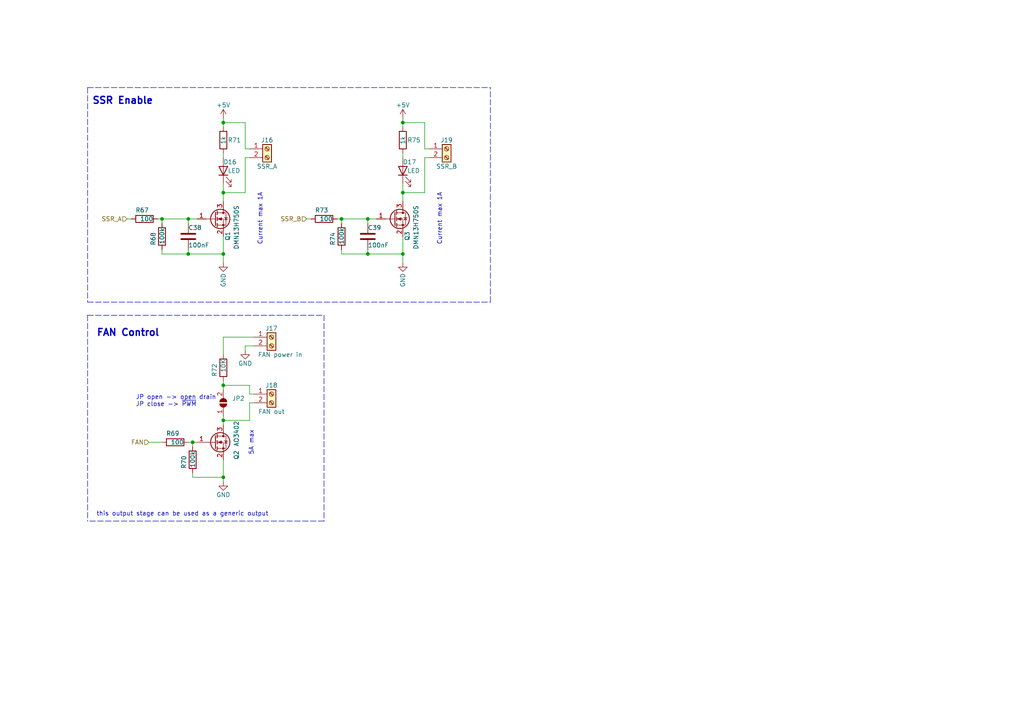
<source format=kicad_sch>
(kicad_sch (version 20211123) (generator eeschema)
  (paper "A4")
  (title_block (title "Reflow Controller"))
  (lib_symbols
    (symbol "Connector:Screw_Terminal_01x02" (pin_names (offset 1.016) hide)
      (property "Reference" "J" (at 0 2.54 0))
      (property "Value" "Screw_Terminal_01x02" (at 0 -5.08 0))
      (symbol "Screw_Terminal_01x02_1_1"
        (rectangle (start -1.27 1.27) (end 1.27 -3.81) (stroke (width 0.254)) (fill (type background)))
        (circle (center 0 -2.54) (radius 0.635) (stroke (width 0.1524)))
        (polyline (pts (xy -0.5334 -2.2098) (xy 0.3302 -3.048)) (stroke (width 0.1524)))
        (polyline (pts (xy -0.5334 0.3302) (xy 0.3302 -0.508)) (stroke (width 0.1524)))
        (polyline (pts (xy -0.3556 -2.032) (xy 0.508 -2.8702)) (stroke (width 0.1524)))
        (polyline (pts (xy -0.3556 0.508) (xy 0.508 -0.3302)) (stroke (width 0.1524)))
        (circle (center 0 0) (radius 0.635) (stroke (width 0.1524)))
        (pin passive line (at -5.08 0 0) (length 3.81) (name "Pin_1") (number "1"))
        (pin passive line (at -5.08 -2.54 0) (length 3.81) (name "Pin_2") (number "2"))
      )
    )
    (symbol "Device:C" (pin_numbers hide) (pin_names (offset 0.254))
      (property "Reference" "C" (at 0.635 2.54 0))
      (property "Value" "C" (at 0.635 -2.54 0))
      (symbol "C_0_1"
        (polyline (pts (xy -2.032 -0.762) (xy 2.032 -0.762)) (stroke (width 0.508)))
        (polyline (pts (xy -2.032 0.762) (xy 2.032 0.762)) (stroke (width 0.508)))
      )
      (symbol "C_1_1"
        (pin passive line (at 0 3.81 270) (length 2.794) (name "~") (number "1"))
        (pin passive line (at 0 -3.81 90) (length 2.794) (name "~") (number "2"))
      )
    )
    (symbol "Device:LED" (pin_numbers hide) (pin_names (offset 1.016) hide)
      (property "Reference" "D" (at 0 2.54 0))
      (property "Value" "LED" (at 0 -2.54 0))
      (symbol "LED_0_1"
        (polyline (pts (xy -1.27 -1.27) (xy -1.27 1.27)) (stroke (width 0.254)))
        (polyline (pts (xy -1.27 0) (xy 1.27 0)))
        (polyline (pts (xy 1.27 -1.27) (xy 1.27 1.27) (xy -1.27 0) (xy 1.27 -1.27)) (stroke (width 0.254)))
        (polyline (pts (xy -3.048 -0.762) (xy -4.572 -2.286) (xy -3.81 -2.286) (xy -4.572 -2.286) (xy -4.572 -1.524)))
        (polyline (pts (xy -1.778 -0.762) (xy -3.302 -2.286) (xy -2.54 -2.286) (xy -3.302 -2.286) (xy -3.302 -1.524)))
      )
      (symbol "LED_1_1"
        (pin passive line (at -3.81 0 0) (length 2.54) (name "K") (number "1"))
        (pin passive line (at 3.81 0 180) (length 2.54) (name "A") (number "2"))
      )
    )
    (symbol "Device:R" (pin_numbers hide) (pin_names (offset 0))
      (property "Reference" "R" (at 2.032 0 90))
      (property "Value" "R" (at 0 0 90))
      (symbol "R_0_1"
        (rectangle (start -1.016 -2.54) (end 1.016 2.54) (stroke (width 0.254)))
      )
      (symbol "R_1_1"
        (pin passive line (at 0 3.81 270) (length 1.27) (name "~") (number "1"))
        (pin passive line (at 0 -3.81 90) (length 1.27) (name "~") (number "2"))
      )
    )
    (symbol "Jumper:SolderJumper_2_Open" (pin_names (offset 0) hide)
      (property "Reference" "JP" (at 0 2.032 0))
      (property "Value" "SolderJumper_2_Open" (at 0 -2.54 0))
      (symbol "SolderJumper_2_Open_0_1"
        (arc (start -0.254 1.016) (mid -1.27 0) (end -0.254 -1.016))
        (arc (start -0.254 1.016) (mid -1.27 0) (end -0.254 -1.016) (fill (type outline)))
        (polyline (pts (xy -0.254 1.016) (xy -0.254 -1.016)))
        (polyline (pts (xy 0.254 1.016) (xy 0.254 -1.016)))
        (arc (start 0.254 -1.016) (mid 1.27 0) (end 0.254 1.016))
        (arc (start 0.254 -1.016) (mid 1.27 0) (end 0.254 1.016) (fill (type outline)))
      )
      (symbol "SolderJumper_2_Open_1_1"
        (pin passive line (at -3.81 0 0) (length 2.54) (name "A") (number "1"))
        (pin passive line (at 3.81 0 180) (length 2.54) (name "B") (number "2"))
      )
    )
    (symbol "Transistor_FET:DMN13H750S" (pin_names hide)
      (property "Reference" "Q" (at 5.08 1.905 0))
      (property "Value" "DMN13H750S" (at 5.08 0 0))
      (symbol "DMN13H750S_0_1"
        (polyline (pts (xy 0.254 0) (xy -2.54 0)))
        (polyline (pts (xy 0.254 1.905) (xy 0.254 -1.905)) (stroke (width 0.254)))
        (polyline (pts (xy 0.762 -1.27) (xy 0.762 -2.286)) (stroke (width 0.254)))
        (polyline (pts (xy 0.762 0.508) (xy 0.762 -0.508)) (stroke (width 0.254)))
        (polyline (pts (xy 0.762 2.286) (xy 0.762 1.27)) (stroke (width 0.254)))
        (polyline (pts (xy 2.54 2.54) (xy 2.54 1.778)))
        (polyline (pts (xy 2.54 -2.54) (xy 2.54 0) (xy 0.762 0)))
        (polyline (pts (xy 0.762 -1.778) (xy 3.302 -1.778) (xy 3.302 1.778) (xy 0.762 1.778)))
        (polyline (pts (xy 1.016 0) (xy 2.032 0.381) (xy 2.032 -0.381) (xy 1.016 0)) (fill (type outline)))
        (polyline (pts (xy 2.794 0.508) (xy 2.921 0.381) (xy 3.683 0.381) (xy 3.81 0.254)))
        (polyline (pts (xy 3.302 0.381) (xy 2.921 -0.254) (xy 3.683 -0.254) (xy 3.302 0.381)))
        (circle (center 1.651 0) (radius 2.794) (stroke (width 0.254)))
        (circle (center 2.54 -1.778) (radius 0.254) (fill (type outline)))
        (circle (center 2.54 1.778) (radius 0.254) (fill (type outline)))
      )
      (symbol "DMN13H750S_1_1"
        (pin input line (at -5.08 0 0) (length 2.54) (name "G") (number "1"))
        (pin passive line (at 2.54 -5.08 90) (length 2.54) (name "S") (number "2"))
        (pin passive line (at 2.54 5.08 270) (length 2.54) (name "D") (number "3"))
      )
    )
    (symbol "power:+5V" (power) (pin_names (offset 0))
      (property "Value" "+5V" (at 0 3.556 0))
      (symbol "+5V_0_1"
        (polyline (pts (xy -0.762 1.27) (xy 0 2.54)))
        (polyline (pts (xy 0 0) (xy 0 2.54)))
        (polyline (pts (xy 0 2.54) (xy 0.762 1.27)))
      )
      (symbol "+5V_1_1"
        (pin power_in line (at 0 0 90) (length 0) hide (name "+5V") (number "1"))
      )
    )
    (symbol "power:GND" (power) (pin_names (offset 0))
      (property "Value" "GND" (at 0 -3.81 0))
      (symbol "GND_0_1"
        (polyline (pts (xy 0 0) (xy 0 -1.27) (xy 1.27 -1.27) (xy 0 -2.54) (xy -1.27 -1.27) (xy 0 -1.27)))
      )
      (symbol "GND_1_1"
        (pin power_in line (at 0 0 270) (length 0) hide (name "GND") (number "1"))
      )
    )
  )
  (junction (at 64.77 121.92))
  (junction (at 54.61 73.66))
  (junction (at 55.88 128.27))
  (junction (at 64.77 111.76))
  (junction (at 116.84 55.88))
  (junction (at 116.84 73.66))
  (junction (at 54.61 63.5))
  (junction (at 116.84 35.56))
  (junction (at 106.68 73.66))
  (junction (at 64.77 73.66))
  (junction (at 99.06 63.5))
  (junction (at 64.77 138.43))
  (junction (at 46.99 63.5))
  (junction (at 64.77 55.88))
  (junction (at 106.68 63.5))
  (junction (at 64.77 35.56))
  (wire (pts (xy 71.12 35.56) (xy 64.77 35.56)))
  (wire (pts (xy 97.79 63.5) (xy 99.06 63.5)))
  (wire (pts (xy 106.68 73.66) (xy 116.84 73.66)))
  (wire (pts (xy 43.18 128.27) (xy 46.99 128.27)))
  (wire (pts (xy 123.19 45.72) (xy 124.46 45.72)))
  (wire (pts (xy 124.46 43.18) (xy 123.19 43.18)))
  (wire (pts (xy 116.84 55.88) (xy 116.84 58.42)))
  (wire (pts (xy 55.88 128.27) (xy 55.88 129.54)))
  (wire (pts (xy 54.61 72.39) (xy 54.61 73.66)))
  (wire (pts (xy 99.06 72.39) (xy 99.06 73.66)))
  (wire (pts (xy 71.12 43.18) (xy 71.12 35.56)))
  (wire (pts (xy 116.84 35.56) (xy 116.84 36.83)))
  (wire (pts (xy 55.88 138.43) (xy 64.77 138.43)))
  (wire (pts (xy 72.39 114.3) (xy 72.39 111.76)))
  (wire (pts (xy 64.77 121.92) (xy 64.77 123.19)))
  (wire (pts (xy 54.61 63.5) (xy 54.61 64.77)))
  (wire (pts (xy 46.99 72.39) (xy 46.99 73.66)))
  (wire (pts (xy 46.99 73.66) (xy 54.61 73.66)))
  (wire (pts (xy 72.39 116.84) (xy 72.39 121.92)))
  (wire (pts (xy 46.99 63.5) (xy 46.99 64.77)))
  (polyline (pts (xy 93.98 151.13) (xy 25.4 151.13)))
  (wire (pts (xy 64.77 111.76) (xy 64.77 113.03)))
  (wire (pts (xy 99.06 73.66) (xy 106.68 73.66)))
  (wire (pts (xy 71.12 45.72) (xy 72.39 45.72)))
  (wire (pts (xy 106.68 63.5) (xy 106.68 64.77)))
  (polyline (pts (xy 25.4 25.4) (xy 142.24 25.4)))
  (wire (pts (xy 123.19 55.88) (xy 116.84 55.88)))
  (wire (pts (xy 71.12 55.88) (xy 64.77 55.88)))
  (wire (pts (xy 73.66 114.3) (xy 72.39 114.3)))
  (wire (pts (xy 64.77 97.79) (xy 64.77 102.87)))
  (wire (pts (xy 64.77 73.66) (xy 64.77 76.2)))
  (wire (pts (xy 116.84 44.45) (xy 116.84 45.72)))
  (wire (pts (xy 71.12 100.33) (xy 71.12 101.6)))
  (wire (pts (xy 64.77 34.29) (xy 64.77 35.56)))
  (polyline (pts (xy 93.98 91.44) (xy 93.98 151.13)))
  (wire (pts (xy 64.77 133.35) (xy 64.77 138.43)))
  (wire (pts (xy 55.88 128.27) (xy 57.15 128.27)))
  (wire (pts (xy 72.39 43.18) (xy 71.12 43.18)))
  (wire (pts (xy 73.66 116.84) (xy 72.39 116.84)))
  (wire (pts (xy 55.88 137.16) (xy 55.88 138.43)))
  (polyline (pts (xy 25.4 87.63) (xy 142.24 87.63)))
  (wire (pts (xy 106.68 63.5) (xy 109.22 63.5)))
  (wire (pts (xy 64.77 35.56) (xy 64.77 36.83)))
  (wire (pts (xy 123.19 43.18) (xy 123.19 35.56)))
  (wire (pts (xy 73.66 97.79) (xy 64.77 97.79)))
  (wire (pts (xy 54.61 63.5) (xy 57.15 63.5)))
  (wire (pts (xy 71.12 45.72) (xy 71.12 55.88)))
  (wire (pts (xy 54.61 128.27) (xy 55.88 128.27)))
  (wire (pts (xy 99.06 63.5) (xy 106.68 63.5)))
  (wire (pts (xy 45.72 63.5) (xy 46.99 63.5)))
  (wire (pts (xy 64.77 121.92) (xy 72.39 121.92)))
  (polyline (pts (xy 25.4 25.4) (xy 25.4 87.63)))
  (wire (pts (xy 116.84 53.34) (xy 116.84 55.88)))
  (wire (pts (xy 106.68 72.39) (xy 106.68 73.66)))
  (wire (pts (xy 64.77 120.65) (xy 64.77 121.92)))
  (wire (pts (xy 64.77 138.43) (xy 64.77 139.7)))
  (wire (pts (xy 116.84 34.29) (xy 116.84 35.56)))
  (wire (pts (xy 99.06 63.5) (xy 99.06 64.77)))
  (wire (pts (xy 64.77 68.58) (xy 64.77 73.66)))
  (wire (pts (xy 64.77 53.34) (xy 64.77 55.88)))
  (wire (pts (xy 46.99 63.5) (xy 54.61 63.5)))
  (wire (pts (xy 36.83 63.5) (xy 38.1 63.5)))
  (wire (pts (xy 64.77 55.88) (xy 64.77 58.42)))
  (wire (pts (xy 116.84 73.66) (xy 116.84 76.2)))
  (polyline (pts (xy 25.4 91.44) (xy 25.4 151.13)))
  (wire (pts (xy 73.66 100.33) (xy 71.12 100.33)))
  (wire (pts (xy 123.19 45.72) (xy 123.19 55.88)))
  (wire (pts (xy 123.19 35.56) (xy 116.84 35.56)))
  (wire (pts (xy 88.9 63.5) (xy 90.17 63.5)))
  (wire (pts (xy 64.77 111.76) (xy 72.39 111.76)))
  (wire (pts (xy 64.77 110.49) (xy 64.77 111.76)))
  (polyline (pts (xy 25.4 91.44) (xy 93.98 91.44)))
  (polyline (pts (xy 142.24 87.63) (xy 142.24 25.4)))
  (wire (pts (xy 116.84 68.58) (xy 116.84 73.66)))
  (wire (pts (xy 54.61 73.66) (xy 64.77 73.66)))
  (wire (pts (xy 64.77 44.45) (xy 64.77 45.72)))
  (text "Current max 1A" (at 76.2 71.12 90) (effects (font (size 1.27 1.27)) (justify left bottom)))
  (text "Current max 1A" (at 128.27 71.12 90) (effects (font (size 1.27 1.27)) (justify left bottom)))
  (text "FAN Control" (at 27.94 97.79 0) (effects (font (size 2 2) (thickness 0.4) bold) (justify left bottom)))
  (text "5A max\n" (at 73.66 132.08 90) (effects (font (size 1.27 1.27)) (justify left bottom)))
  (text "SSR Enable" (at 26.67 30.48 0) (effects (font (size 2 2) (thickness 0.4) bold) (justify left bottom)))
  (text "this output stage can be used as a generic output" (at 27.94 149.86 0) (effects (font (size 1.27 1.27)) (justify left bottom)))
  (text "JP open -> open drain \nJP close -> ~{PWM}\n" (at 39.37 118.11 0) (effects (font (size 1.27 1.27)) (justify left bottom)))
  (hierarchical_label "FAN" (shape input) (at 43.18 128.27 180))
  (hierarchical_label "SSR_A" (shape input) (at 36.83 63.5 180))
  (hierarchical_label "SSR_B" (shape input) (at 88.9 63.5 180))
  (symbol (lib_id "Device:R") (at 46.99 68.58 0) (unit 1)
    (property "Reference" "R68" (at 44.45 67.31 90) (effects (justify right)))
    (property "Value" "100k" (at 46.99 66.04 90) (effects (justify right)))
    (property "Footprint" "Resistor_SMD:R_0603_1608Metric" (effects hide))
  )
  (symbol (lib_id "Jumper:SolderJumper_2_Open") (at 64.77 116.84 90) (unit 1)
    (property "Reference" "JP2" (at 67.31 115.5699 90) (effects (justify right)))
    (property "Value" "SolderJumper_2_Open" (effects hide))
    (property "Footprint" "Jumper:SolderJumper-2_P1.3mm_Open_RoundedPad1.0x1.5mm" (effects hide))
  )
  (symbol (lib_id "Device:C") (at 106.68 68.58 0) (unit 1)
    (property "Reference" "C39" (at 106.68 66.04 0) (effects (justify left)))
    (property "Value" "100nF" (at 106.68 71.12 0) (effects (justify left)))
    (property "Footprint" "Capacitor_SMD:C_0603_1608Metric" (effects hide))
  )
  (symbol (lib_id "Connector:Screw_Terminal_01x02") (at 77.47 43.18 0) (unit 1)
    (property "Reference" "J16" (at 77.47 40.64 0))
    (property "Value" "SSR_A" (at 77.47 48.26 0))
    (property "Footprint" "TerminalBlock_Phoenix:TerminalBlock_Phoenix_MPT-0,5-2-2.54_1x02_P2.54mm_Horizontal" (effects hide))
  )
  (symbol (lib_id "power:GND") (at 64.77 76.2 0) (unit 1)
    (property "Reference" "#PWR0125" (effects hide))
    (property "Value" "GND" (at 64.77 81.28 90))
  )
  (symbol (lib_id "power:+5V") (at 116.84 34.29 0) (unit 1)
    (property "Reference" "#PWR0128" (effects hide))
    (property "Value" "+5V" (at 116.84 30.48 0))
  )
  (symbol (lib_id "Device:R") (at 64.77 106.68 0) (unit 1)
    (property "Reference" "R72" (at 62.23 105.41 90) (effects (justify right)))
    (property "Value" "10K" (at 64.77 104.14 90) (effects (justify right)))
    (property "Footprint" "Resistor_SMD:R_0603_1608Metric" (effects hide))
  )
  (symbol (lib_id "power:GND") (at 116.84 76.2 0) (unit 1)
    (property "Reference" "#PWR0129" (effects hide))
    (property "Value" "GND" (at 116.84 81.28 90))
  )
  (symbol (lib_id "Transistor_FET:DMN13H750S") (at 62.23 63.5 0) (unit 1)
    (property "Reference" "Q1" (at 66.04 69.85 90) (effects (justify left)))
    (property "Value" "DMN13H750S" (at 68.58 72.39 90) (effects (justify left)))
    (property "Footprint" "Package_TO_SOT_SMD:SOT-23" (effects hide))
    (property "Datasheet" "http://www.diodes.com/assets/Datasheets/DMN13H750S.pdf" (effects hide))
  )
  (symbol (lib_id "Device:R") (at 93.98 63.5 270) (unit 1)
    (property "Reference" "R73" (at 95.25 60.96 90) (effects (justify right)))
    (property "Value" "100" (at 96.52 63.5 90) (effects (justify right)))
    (property "Footprint" "Resistor_SMD:R_0603_1608Metric" (effects hide))
  )
  (symbol (lib_id "Device:C") (at 54.61 68.58 0) (unit 1)
    (property "Reference" "C38" (at 54.61 66.04 0) (effects (justify left)))
    (property "Value" "100nF" (at 54.61 71.12 0) (effects (justify left)))
    (property "Footprint" "Capacitor_SMD:C_0603_1608Metric" (effects hide))
  )
  (symbol (lib_id "power:GND") (at 64.77 139.7 0) (unit 1)
    (property "Reference" "#PWR0126" (effects hide))
    (property "Value" "GND" (at 64.77 143.51 0))
  )
  (symbol (lib_id "Transistor_FET:DMN13H750S") (at 114.3 63.5 0) (unit 1)
    (property "Reference" "Q3" (at 118.11 69.85 90) (effects (justify left)))
    (property "Value" "DMN13H750S" (at 120.65 72.39 90) (effects (justify left)))
    (property "Footprint" "Package_TO_SOT_SMD:SOT-23" (effects hide))
    (property "Datasheet" "http://www.diodes.com/assets/Datasheets/DMN13H750S.pdf" (effects hide))
  )
  (symbol (lib_id "Device:LED") (at 116.84 49.53 90) (unit 1)
    (property "Reference" "D17" (at 116.84 46.99 90) (effects (justify right)))
    (property "Value" "LED" (at 118.11 49.53 90) (effects (justify right)))
    (property "Footprint" "LED_SMD:LED_0603_1608Metric" (effects hide))
  )
  (symbol (lib_id "Connector:Screw_Terminal_01x02") (at 78.74 97.79 0) (unit 1)
    (property "Reference" "J17" (at 78.74 95.25 0))
    (property "Value" "FAN power in" (at 81.28 102.87 0))
    (property "Footprint" "TerminalBlock_Phoenix:TerminalBlock_Phoenix_MPT-0,5-2-2.54_1x02_P2.54mm_Horizontal" (effects hide))
  )
  (symbol (lib_id "power:GND") (at 71.12 101.6 0) (unit 1)
    (property "Reference" "#PWR0127" (effects hide))
    (property "Value" "GND" (at 71.12 105.41 0))
  )
  (symbol (lib_id "Device:R") (at 50.8 128.27 270) (unit 1)
    (property "Reference" "R69" (at 52.07 125.73 90) (effects (justify right)))
    (property "Value" "100" (at 53.34 128.27 90) (effects (justify right)))
    (property "Footprint" "Resistor_SMD:R_0603_1608Metric" (effects hide))
  )
  (symbol (lib_id "Connector:Screw_Terminal_01x02") (at 78.74 114.3 0) (unit 1)
    (property "Reference" "J18" (at 78.74 111.76 0))
    (property "Value" "FAN out" (at 78.74 119.38 0))
    (property "Footprint" "TerminalBlock_Phoenix:TerminalBlock_Phoenix_MPT-0,5-2-2.54_1x02_P2.54mm_Horizontal" (effects hide))
  )
  (symbol (lib_id "Device:R") (at 41.91 63.5 270) (unit 1)
    (property "Reference" "R67" (at 43.18 60.96 90) (effects (justify right)))
    (property "Value" "100" (at 44.45 63.5 90) (effects (justify right)))
    (property "Footprint" "Resistor_SMD:R_0603_1608Metric" (effects hide))
  )
  (symbol (lib_id "Device:LED") (at 64.77 49.53 90) (unit 1)
    (property "Reference" "D16" (at 64.77 46.99 90) (effects (justify right)))
    (property "Value" "LED" (at 66.04 49.53 90) (effects (justify right)))
    (property "Footprint" "LED_SMD:LED_0603_1608Metric" (effects hide))
  )
  (symbol (lib_id "Transistor_FET:DMN13H750S") (at 62.23 128.27 0) (unit 1)
    (property "Reference" "Q2" (at 68.58 133.35 90) (effects (justify left)))
    (property "Value" "AO3402" (at 68.58 129.54 90) (effects (justify left)))
    (property "Footprint" "Package_TO_SOT_SMD:SOT-23" (effects hide))
    (property "Datasheet" ".\\datasheets\\2003241510_MDD-Microdiode-Electronics--AO3402_C427384.pdf" (effects hide))
  )
  (symbol (lib_id "Device:R") (at 116.84 40.64 180) (unit 1)
    (property "Reference" "R75" (at 118.11 40.64 0) (effects (justify right)))
    (property "Value" "1k" (at 116.84 41.91 90) (effects (justify right)))
    (property "Footprint" "Resistor_SMD:R_0603_1608Metric" (effects hide))
  )
  (symbol (lib_id "Device:R") (at 55.88 133.35 0) (unit 1)
    (property "Reference" "R70" (at 53.34 132.08 90) (effects (justify right)))
    (property "Value" "100k" (at 55.88 130.81 90) (effects (justify right)))
    (property "Footprint" "Resistor_SMD:R_0603_1608Metric" (effects hide))
  )
  (symbol (lib_id "power:+5V") (at 64.77 34.29 0) (unit 1)
    (property "Reference" "#PWR0124" (effects hide))
    (property "Value" "+5V" (at 64.77 30.48 0))
  )
  (symbol (lib_id "Connector:Screw_Terminal_01x02") (at 129.54 43.18 0) (unit 1)
    (property "Reference" "J19" (at 129.54 40.64 0))
    (property "Value" "SSR_B" (at 129.54 48.26 0))
    (property "Footprint" "TerminalBlock_Phoenix:TerminalBlock_Phoenix_MPT-0,5-2-2.54_1x02_P2.54mm_Horizontal" (effects hide))
  )
  (symbol (lib_id "Device:R") (at 64.77 40.64 180) (unit 1)
    (property "Reference" "R71" (at 66.04 40.64 0) (effects (justify right)))
    (property "Value" "1k" (at 64.77 41.91 90) (effects (justify right)))
    (property "Footprint" "Resistor_SMD:R_0603_1608Metric" (effects hide))
  )
  (symbol (lib_id "Device:R") (at 99.06 68.58 0) (unit 1)
    (property "Reference" "R74" (at 96.52 67.31 90) (effects (justify right)))
    (property "Value" "100k" (at 99.06 66.04 90) (effects (justify right)))
    (property "Footprint" "Resistor_SMD:R_0603_1608Metric" (effects hide))
  )
)
</source>
